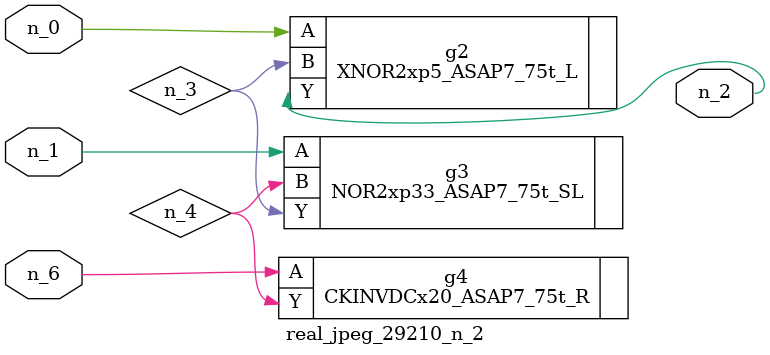
<source format=v>
module real_jpeg_29210_n_2 (n_6, n_1, n_0, n_2);

input n_6;
input n_1;
input n_0;

output n_2;

wire n_4;
wire n_3;

XNOR2xp5_ASAP7_75t_L g2 ( 
.A(n_0),
.B(n_3),
.Y(n_2)
);

NOR2xp33_ASAP7_75t_SL g3 ( 
.A(n_1),
.B(n_4),
.Y(n_3)
);

CKINVDCx20_ASAP7_75t_R g4 ( 
.A(n_6),
.Y(n_4)
);


endmodule
</source>
